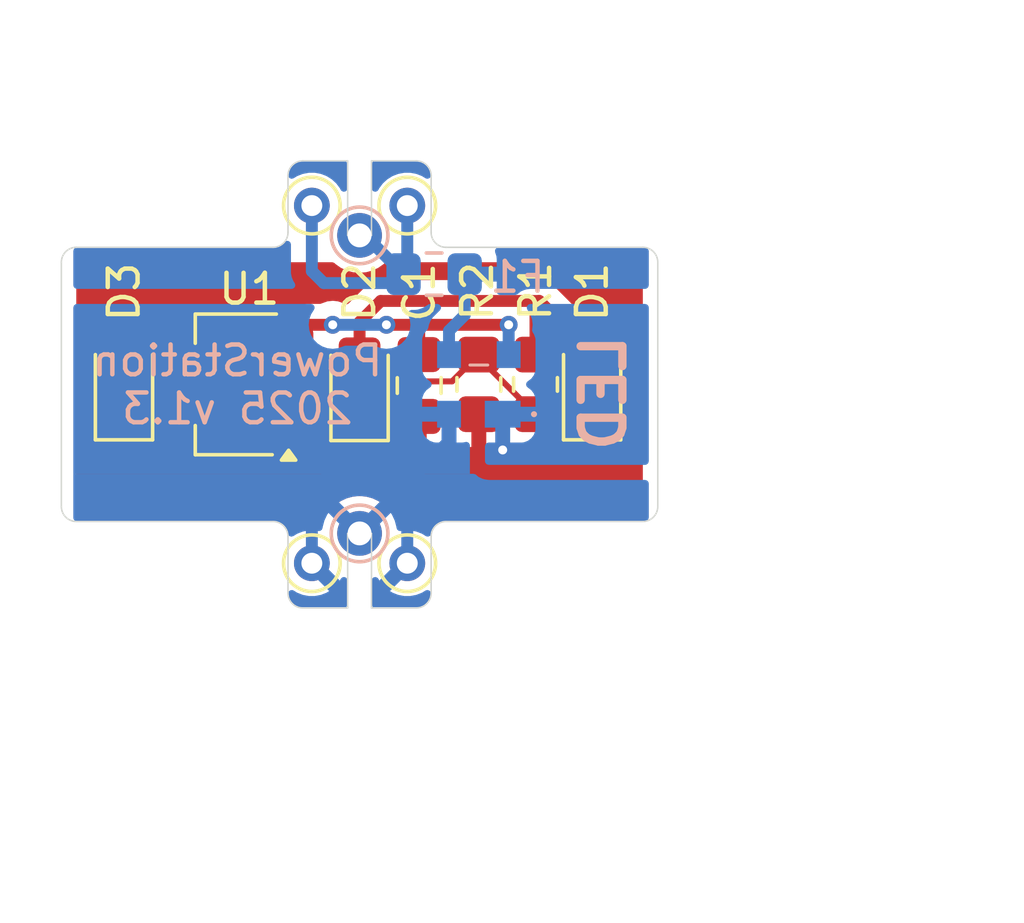
<source format=kicad_pcb>
(kicad_pcb (version 20240108) (generator "pcbnew") (generator_version "8.0")
  (layers (0 "F.Cu" signal) (31 "B.Cu" signal) (34 "B.Paste" user) (35 "F.Paste" user) (36 "B.SilkS" user "B.Silkscreen") (37 "F.SilkS" user "F.Silkscreen") (38 "B.Mask" user) (39 "F.Mask" user) (44 "Edge.Cuts" user))
  (net 0 "")
  (net 1 "Net-(D1-A)")
  (net 2 "Net-(U1-ADJ)")
  (net 3 "GND")
  (net 4 "Net-(D4-+)")
  (net 5 "Net-(D4-~_1)")
  (net 6 "Net-(D4-~_2)")
  (net 7 "Net-(F1-Pad1)")
  (footprint "TestPoint:TestPoint_THTPad_D1.5mm_Drill0.7mm" (layer "F.Cu") (at 108.4 58.6)
    (property "Reference" "TP1" (hide yes))
    (property "Value" "TestPoint" (hide yes))
    (fp_circle (center 0 0) (end 0 0.95) (stroke (width 0.12)) (fill none) (layer "F.SilkS"))
    (pad "1" thru_hole circle (at 0 0) (size 1.2 1.2) (drill 0.7) (layers "*.Cu" "*.Mask") (net 7 "Net-(F1-Pad1)"))
  )
  (footprint "TestPoint:TestPoint_THTPad_D1.5mm_Drill0.7mm" (layer "F.Cu") (at 111.6 58.6)
    (property "Reference" "TP2" (hide yes))
    (property "Value" "TestPoint" (hide yes))
    (fp_circle (center 0 0) (end 0 0.95) (stroke (width 0.12)) (fill none) (layer "F.SilkS"))
    (pad "1" thru_hole circle (at 0 0) (size 1.2 1.2) (drill 0.7) (layers "*.Cu" "*.Mask") (net 7 "Net-(F1-Pad1)"))
  )
  (footprint "TestPoint:TestPoint_THTPad_D1.5mm_Drill0.7mm" (layer "F.Cu") (at 108.4 70.6)
    (property "Reference" "TP3" (hide yes))
    (property "Value" "TestPoint" (hide yes))
    (fp_circle (center 0 0) (end 0 0.95) (stroke (width 0.12)) (fill none) (layer "F.SilkS"))
    (pad "1" thru_hole circle (at 0 0) (size 1.2 1.2) (drill 0.7) (layers "*.Cu" "*.Mask") (net 5 "Net-(D4-~_1)"))
  )
  (footprint "Package_TO_SOT_SMD:SOT-89-3" (layer "F.Cu") (at 105.85 64.6 180)
    (property "Reference" "U1" (at -0.45 3.2 180) (layer "F.SilkS"))
    (property "Value" "LM317LIPK" (hide yes))
    (fp_line (start 1.36 2.36) (end -1.36 2.36) (stroke (width 0.12)) (layer "F.SilkS"))
    (fp_line (start 1.36 1.38) (end 1.36 2.36) (stroke (width 0.12)) (layer "F.SilkS"))
    (fp_line (start 1.36 -1.38) (end 1.36 -2.36) (stroke (width 0.12)) (layer "F.SilkS"))
    (fp_line (start -1.22 -2.36) (end 1.36 -2.36) (stroke (width 0.12)) (layer "F.SilkS"))
    (fp_poly (pts (xy -1.77 -2.21) (xy -2.01 -2.54) (xy -1.53 -2.54) (xy -1.77 -2.21)) (stroke (width 0.12)) (fill solid) (layer "F.SilkS"))
    (pad "1" smd roundrect (at -1.95 -1.5 180) (size 1.3 0.9) (layers "F.Cu" "F.Paste" "F.Mask") (net 2 "Net-(U1-ADJ)"))
    (pad "2" smd custom (at -1.8625 0 180) (size 1.475 0.9) (layers "F.Cu" "F.Paste" "F.Mask") (net 1 "Net-(D1-A)") (options (clearance outline) (anchor rect)) (primitives (gr_poly (pts (xy 3.8625 0.8665) (xy 0.7375 0.8665) (xy 0.7375 -0.8665) (xy 3.8625 -0.8665)) (width 0) (fill yes))))
    (pad "3" smd roundrect (at -1.95 1.5 180) (size 1.3 0.9) (layers "F.Cu" "F.Paste" "F.Mask") (net 4 "Net-(D4-+)"))
  )
  (footprint "Capacitor_SMD:C_0805_2012Metric_Pad1.18x1.45mm_HandSolder" (layer "F.Cu") (at 112 64.6375 -90)
    (property "Reference" "C1" (at -3.125 0 -90) (layer "F.SilkS"))
    (property "Value" "100nF")
    (fp_line (start -0.261252 0.735) (end 0.261252 0.735) (stroke (width 0.12)) (layer "F.SilkS"))
    (fp_line (start -0.261252 -0.735) (end 0.261252 -0.735) (stroke (width 0.12)) (layer "F.SilkS"))
    (pad "1" smd roundrect (at -1.0375 0 270) (size 1.175 1.45) (layers "F.Cu" "F.Paste" "F.Mask") (roundrect_rratio 0.212766) (net 4 "Net-(D4-+)"))
    (pad "2" smd roundrect (at 1.0375 0 270) (size 1.175 1.45) (layers "F.Cu" "F.Paste" "F.Mask") (roundrect_rratio 0.212766) (net 3 "GND"))
  )
  (footprint "LED_SMD:LED_0805_2012Metric_Pad1.15x1.40mm_HandSolder" (layer "F.Cu") (at 117.8 64.6 90)
    (property "Reference" "D1" (at 3.1 0 90) (layer "F.SilkS"))
    (property "Value" "XL-2012WWC")
    (fp_line (start 1 -0.96) (end -1.86 -0.96) (stroke (width 0.12)) (layer "F.SilkS"))
    (fp_line (start -1.86 -0.96) (end -1.86 0.96) (stroke (width 0.12)) (layer "F.SilkS"))
    (fp_line (start -1.86 0.96) (end 1 0.96) (stroke (width 0.12)) (layer "F.SilkS"))
    (pad "1" smd roundrect (at -1.025 0 90) (size 1.15 1.4) (layers "F.Cu" "F.Paste" "F.Mask") (roundrect_rratio 0.217391) (net 3 "GND"))
    (pad "2" smd roundrect (at 1.025 0 90) (size 1.15 1.4) (layers "F.Cu" "F.Paste" "F.Mask") (roundrect_rratio 0.217391) (net 1 "Net-(D1-A)"))
  )
  (footprint "Resistor_SMD:R_0805_2012Metric_Pad1.20x1.40mm_HandSolder" (layer "F.Cu") (at 114 64.6 90)
    (property "Reference" "R2" (at 3.125 -0.05 90) (layer "F.SilkS"))
    (property "Value" "536R")
    (fp_line (start -0.227064 -0.735) (end 0.227064 -0.735) (stroke (width 0.12)) (layer "F.SilkS"))
    (fp_line (start -0.227064 0.735) (end 0.227064 0.735) (stroke (width 0.12)) (layer "F.SilkS"))
    (pad "1" smd roundrect (at -1 0 90) (size 1.2 1.4) (layers "F.Cu" "F.Paste" "F.Mask") (roundrect_rratio 0.208333) (net 3 "GND"))
    (pad "2" smd roundrect (at 1 0 90) (size 1.2 1.4) (layers "F.Cu" "F.Paste" "F.Mask") (roundrect_rratio 0.208333) (net 2 "Net-(U1-ADJ)"))
  )
  (footprint "LED_SMD:LED_0805_2012Metric_Pad1.15x1.40mm_HandSolder" (layer "F.Cu") (at 110 64.625 90)
    (property "Reference" "D2" (at 3.125 0 90) (layer "F.SilkS"))
    (property "Value" "XL-2012WWC")
    (fp_line (start 1 -0.96) (end -1.86 -0.96) (stroke (width 0.12)) (layer "F.SilkS"))
    (fp_line (start -1.86 -0.96) (end -1.86 0.96) (stroke (width 0.12)) (layer "F.SilkS"))
    (fp_line (start -1.86 0.96) (end 1 0.96) (stroke (width 0.12)) (layer "F.SilkS"))
    (pad "1" smd roundrect (at -1.025 0 90) (size 1.15 1.4) (layers "F.Cu" "F.Paste" "F.Mask") (roundrect_rratio 0.217391) (net 3 "GND"))
    (pad "2" smd roundrect (at 1.025 0 90) (size 1.15 1.4) (layers "F.Cu" "F.Paste" "F.Mask") (roundrect_rratio 0.217391) (net 1 "Net-(D1-A)"))
  )
  (footprint "Resistor_SMD:R_0805_2012Metric_Pad1.20x1.40mm_HandSolder" (layer "F.Cu") (at 115.9 64.6 90)
    (property "Reference" "R1" (at 3.125 0 90) (layer "F.SilkS"))
    (property "Value" "470R")
    (fp_line (start -0.227064 -0.735) (end 0.227064 -0.735) (stroke (width 0.12)) (layer "F.SilkS"))
    (fp_line (start -0.227064 0.735) (end 0.227064 0.735) (stroke (width 0.12)) (layer "F.SilkS"))
    (pad "1" smd roundrect (at -1 0 90) (size 1.2 1.4) (layers "F.Cu" "F.Paste" "F.Mask") (roundrect_rratio 0.208333) (net 2 "Net-(U1-ADJ)"))
    (pad "2" smd roundrect (at 1 0 90) (size 1.2 1.4) (layers "F.Cu" "F.Paste" "F.Mask") (roundrect_rratio 0.208333) (net 1 "Net-(D1-A)"))
  )
  (footprint "TestPoint:TestPoint_THTPad_D1.5mm_Drill0.7mm" (layer "F.Cu") (at 111.6 70.6)
    (property "Reference" "TP4" (hide yes))
    (property "Value" "TestPoint" (hide yes))
    (fp_circle (center 0 0) (end 0 0.95) (stroke (width 0.12)) (fill none) (layer "F.SilkS"))
    (pad "1" thru_hole circle (at 0 0) (size 1.2 1.2) (drill 0.7) (layers "*.Cu" "*.Mask") (net 5 "Net-(D4-~_1)"))
  )
  (footprint "LED_SMD:LED_0805_2012Metric_Pad1.15x1.40mm_HandSolder" (layer "F.Cu") (at 102.1 64.6 90)
    (property "Reference" "D3" (at 3.1 0 90) (layer "F.SilkS"))
    (property "Value" "XL-2012WWC")
    (fp_line (start 1 -0.96) (end -1.86 -0.96) (stroke (width 0.12)) (layer "F.SilkS"))
    (fp_line (start -1.86 -0.96) (end -1.86 0.96) (stroke (width 0.12)) (layer "F.SilkS"))
    (fp_line (start -1.86 0.96) (end 1 0.96) (stroke (width 0.12)) (layer "F.SilkS"))
    (pad "1" smd roundrect (at -1.025 0 90) (size 1.15 1.4) (layers "F.Cu" "F.Paste" "F.Mask") (roundrect_rratio 0.217391) (net 3 "GND"))
    (pad "2" smd roundrect (at 1.025 0 90) (size 1.15 1.4) (layers "F.Cu" "F.Paste" "F.Mask") (roundrect_rratio 0.217391) (net 1 "Net-(D1-A)"))
  )
  (footprint "TestPoint:TestPoint_THTPad_D1.5mm_Drill0.7mm" (layer "B.Cu") (at 110 69.6 180)
    (property "Reference" "Ground1" (hide yes))
    (property "Value" "Ground" (hide yes))
    (fp_circle (center 0 0) (end 0 -0.95) (stroke (width 0.12)) (fill none) (layer "B.SilkS"))
    (pad "1" thru_hole circle (at 0 0 180) (size 1.5 1.5) (drill 0.8) (layers "*.Cu" "*.Mask") (net 5 "Net-(D4-~_1)"))
  )
  (footprint "EC-parts:BAS4002ARPPE6327HTSA1" (layer "B.Cu") (at 114 64.6 180)
    (property "Reference" "D4" (hide yes))
    (property "Value" "BAS4002ARPPE6327HTSA1" (hide yes))
    (fp_line (start 0.3 0.65) (end -0.3 0.65) (stroke (width 0.1)) (layer "B.SilkS"))
    (fp_line (start -1.8 -1) (end -1.8 -1) (stroke (width 0.1)) (layer "B.SilkS"))
    (fp_line (start -1.9 -1) (end -1.9 -1) (stroke (width 0.1)) (layer "B.SilkS"))
    (fp_arc (start -1.8 -1) (mid -1.85 -0.95) (end -1.9 -1) (stroke (width 0.1)) (layer "B.SilkS"))
    (fp_arc (start -1.9 -1) (mid -1.85 -1.05) (end -1.8 -1) (stroke (width 0.1)) (layer "B.SilkS"))
    (pad "1" smd rect (at -0.8 -1 90) (size 0.9 1.2) (layers "B.Cu" "B.Paste" "B.Mask") (net 3 "GND"))
    (pad "2" smd rect (at 1 -1 180) (size 0.8 0.9) (layers "B.Cu" "B.Paste" "B.Mask") (net 5 "Net-(D4-~_1)"))
    (pad "3" smd rect (at 1 1 180) (size 0.8 0.9) (layers "B.Cu" "B.Paste" "B.Mask") (net 6 "Net-(D4-~_2)"))
    (pad "4" smd rect (at -1 1 180) (size 0.8 0.9) (layers "B.Cu" "B.Paste" "B.Mask") (net 4 "Net-(D4-+)"))
  )
  (footprint "Fuse:Fuse_0805_2012Metric_Pad1.15x1.40mm_HandSolder" (layer "B.Cu") (at 112.5 60.9)
    (property "Reference" "F1" (at 2.8 0.1 0) (layer "B.SilkS") (effects (justify mirror)))
    (property "Value" "Fuse")
    (fp_line (start 0.261252 -0.71) (end -0.261252 -0.71) (stroke (width 0.12)) (layer "B.SilkS"))
    (fp_line (start 0.261252 0.71) (end -0.261252 0.71) (stroke (width 0.12)) (layer "B.SilkS"))
    (pad "1" smd roundrect (at -1.025 0) (size 1.15 1.4) (layers "B.Cu" "B.Paste" "B.Mask") (roundrect_rratio 0.217391) (net 7 "Net-(F1-Pad1)"))
    (pad "2" smd roundrect (at 1.025 0) (size 1.15 1.4) (layers "B.Cu" "B.Paste" "B.Mask") (roundrect_rratio 0.217391) (net 6 "Net-(D4-~_2)"))
  )
  (footprint "TestPoint:TestPoint_THTPad_D1.5mm_Drill0.7mm" (layer "B.Cu") (at 110 59.6 180)
    (property "Reference" "Supply1" (hide yes))
    (property "Value" "12V" (hide yes))
    (fp_circle (center 0 0) (end 0 -0.95) (stroke (width 0.12)) (fill none) (layer "B.SilkS"))
    (pad "1" thru_hole circle (at 0 0 180) (size 1.5 1.5) (drill 0.8) (layers "*.Cu" "*.Mask") (net 7 "Net-(F1-Pad1)"))
  )
  (gr_arc (start 108.1 72.1) (mid 107.746447 71.953553) (end 107.6 71.6) (stroke (width 0.05)) (layer "Edge.Cuts"))
  (gr_line (start 112.4 71.6) (end 112.4 69.7) (stroke (width 0.05)) (layer "Edge.Cuts"))
  (gr_line (start 112.4 57.6) (end 112.4 59.5) (stroke (width 0.05)) (layer "Edge.Cuts"))
  (gr_line (start 110.4 69.6) (end 110.4 72.1) (stroke (width 0.05)) (layer "Edge.Cuts"))
  (gr_line (start 100.5 60) (end 107.1 60) (stroke (width 0.05)) (layer "Edge.Cuts"))
  (gr_arc (start 107.1 69.2) (mid 107.453553 69.346447) (end 107.6 69.7) (stroke (width 0.05)) (layer "Edge.Cuts"))
  (gr_arc (start 119.5 60) (mid 119.853553 60.146447) (end 120 60.5) (stroke (width 0.05)) (layer "Edge.Cuts"))
  (gr_line (start 107.1 69.2) (end 100.5 69.2) (stroke (width 0.05)) (layer "Edge.Cuts"))
  (gr_line (start 109.6 72.1) (end 108.1 72.1) (stroke (width 0.05)) (layer "Edge.Cuts"))
  (gr_line (start 109.6 69.6) (end 110.4 69.6) (stroke (width 0.05)) (layer "Edge.Cuts"))
  (gr_line (start 110.4 72.1) (end 111.9 72.1) (stroke (width 0.05)) (layer "Edge.Cuts"))
  (gr_line (start 109.6 59.6) (end 109.6 57.1) (stroke (width 0.05)) (layer "Edge.Cuts"))
  (gr_arc (start 112.9 60) (mid 112.546447 59.853553) (end 112.4 59.5) (stroke (width 0.05)) (layer "Edge.Cuts"))
  (gr_arc (start 107.6 59.5) (mid 107.453553 59.853553) (end 107.1 60) (stroke (width 0.05)) (layer "Edge.Cuts"))
  (gr_line (start 110.4 59.6) (end 109.6 59.6) (stroke (width 0.05)) (layer "Edge.Cuts"))
  (gr_arc (start 112.4 69.7) (mid 112.546447 69.346447) (end 112.9 69.2) (stroke (width 0.05)) (layer "Edge.Cuts"))
  (gr_line (start 107.6 57.6) (end 107.6 59.5) (stroke (width 0.05)) (layer "Edge.Cuts"))
  (gr_line (start 120 60.5) (end 120 68.7) (stroke (width 0.05)) (layer "Edge.Cuts"))
  (gr_line (start 109.6 69.6) (end 109.6 72.1) (stroke (width 0.05)) (layer "Edge.Cuts"))
  (gr_arc (start 100.5 69.2) (mid 100.146447 69.053553) (end 100 68.7) (stroke (width 0.05)) (layer "Edge.Cuts"))
  (gr_line (start 100 68.7) (end 100 60.5) (stroke (width 0.05)) (layer "Edge.Cuts"))
  (gr_line (start 107.6 71.6) (end 107.6 69.7) (stroke (width 0.05)) (layer "Edge.Cuts"))
  (gr_line (start 112.9 60) (end 119.5 60) (stroke (width 0.05)) (layer "Edge.Cuts"))
  (gr_line (start 110.4 59.6) (end 110.4 57.1) (stroke (width 0.05)) (layer "Edge.Cuts"))
  (gr_arc (start 107.6 57.6) (mid 107.746447 57.246447) (end 108.1 57.1) (stroke (width 0.05)) (layer "Edge.Cuts"))
  (gr_arc (start 120 68.7) (mid 119.853553 69.053553) (end 119.5 69.2) (stroke (width 0.05)) (layer "Edge.Cuts"))
  (gr_line (start 109.6 57.1) (end 108.1 57.1) (stroke (width 0.05)) (layer "Edge.Cuts"))
  (gr_arc (start 100 60.5) (mid 100.146447 60.146447) (end 100.5 60) (stroke (width 0.05)) (layer "Edge.Cuts"))
  (gr_arc (start 112.4 71.6) (mid 112.253553 71.953553) (end 111.9 72.1) (stroke (width 0.05)) (layer "Edge.Cuts"))
  (gr_arc (start 111.9 57.1) (mid 112.253553 57.246447) (end 112.4 57.6) (stroke (width 0.05)) (layer "Edge.Cuts"))
  (gr_line (start 110.4 57.1) (end 111.9 57.1) (stroke (width 0.05)) (layer "Edge.Cuts"))
  (gr_line (start 119.5 69.2) (end 112.9 69.2) (stroke (width 0.05)) (layer "Edge.Cuts"))
  (gr_text "LED" (at 119 62.8 90) (layer "B.SilkS") (effects (font (size 1.4 1.4) (thickness 0.28) (bold yes)) (justify left bottom mirror)))
  (gr_text "PowerStation\n2025 v1.3" (at 105.9 66 0) (layer "B.SilkS") (effects (font (size 1 1)) (justify bottom mirror)))
  (segment (start 103.5 64.6) (end 103.125 64.6) (width 0.4) (layer "F.Cu") (net 1))
  (segment (start 108.3 64.6) (end 107.7125 64.6) (width 0.4) (layer "F.Cu") (net 1))
  (segment (start 103.125 64.6) (end 102.1 63.575) (width 0.4) (layer "F.Cu") (net 1))
  (segment (start 117.8 63.575) (end 116.025 61.8) (width 0.4) (layer "F.Cu") (net 1))
  (segment (start 103.5 64.6) (end 105.7 64.6) (width 0.4) (layer "F.Cu") (net 1))
  (segment (start 110 63.6) (end 109.3 63.6) (width 0.4) (layer "F.Cu") (net 1))
  (segment (start 107.7125 64.6) (end 103.5 64.6) (width 0.4) (layer "F.Cu") (net 1))
  (segment (start 109.3 63.6) (end 108.3 64.6) (width 0.4) (layer "F.Cu") (net 1))
  (segment (start 110.71005 61.8) (end 110 62.51005) (width 0.4) (layer "F.Cu") (net 1))
  (segment (start 116.025 61.8) (end 115.9 61.925) (width 0.4) (layer "F.Cu") (net 1))
  (segment (start 116.025 61.8) (end 110.71005 61.8) (width 0.4) (layer "F.Cu") (net 1))
  (segment (start 115.9 61.925) (end 115.9 63.6) (width 0.4) (layer "F.Cu") (net 1))
  (segment (start 110 62.51005) (end 110 63.6) (width 0.4) (layer "F.Cu") (net 1))
  (segment (start 114 63.6) (end 114 63.7) (width 0.2) (layer "F.Cu") (net 2))
  (segment (start 107.8 66.1) (end 107.831336 66.1) (width 0.2) (layer "F.Cu") (net 2))
  (segment (start 107.831336 66.1) (end 109.431336 64.5) (width 0.2) (layer "F.Cu") (net 2))
  (segment (start 109.431336 64.5) (end 113.1 64.5) (width 0.2) (layer "F.Cu") (net 2))
  (segment (start 114 63.7) (end 115.9 65.6) (width 0.2) (layer "F.Cu") (net 2))
  (segment (start 113.1 64.5) (end 114 63.6) (width 0.2) (layer "F.Cu") (net 2))
  (segment (start 117.8 65.625) (end 117.8 68.1) (width 0.4) (layer "F.Cu") (net 3))
  (segment (start 102.1 65.625) (end 102.1 68) (width 0.4) (layer "F.Cu") (net 3))
  (segment (start 114 65.6) (end 114 68.1) (width 0.4) (layer "F.Cu") (net 3))
  (segment (start 117.8 68.1) (end 117.8 68) (width 0.2) (layer "F.Cu") (net 3))
  (segment (start 112 65.675) (end 112 68.1) (width 0.4) (layer "F.Cu") (net 3))
  (segment (start 110 65.65) (end 110 68.1) (width 0.4) (layer "F.Cu") (net 3))
  (segment (start 114.8 68.1) (end 114.8 66.8) (width 0.4) (layer "F.Cu") (net 3))
  (via (at 114.8 66.8) (size 0.6) (drill 0.3) (layers "F.Cu" "B.Cu") (net 3))
  (segment (start 114.8 65.6) (end 114.8 66.8) (width 0.4) (layer "B.Cu") (net 3))
  (segment (start 108.3 62.6) (end 107.8 63.1) (width 0.4) (layer "F.Cu") (net 4))
  (segment (start 109.1 62.6) (end 108.3 62.6) (width 0.4) (layer "F.Cu") (net 4))
  (segment (start 112 62.6) (end 115 62.6) (width 0.4) (layer "F.Cu") (net 4))
  (segment (start 110.9 62.6) (end 112 62.6) (width 0.4) (layer "F.Cu") (net 4))
  (segment (start 112 63.6) (end 112 62.6) (width 0.4) (layer "F.Cu") (net 4))
  (via (at 115 62.6) (size 0.6) (drill 0.3) (layers "F.Cu" "B.Cu") (net 4))
  (via (at 110.9 62.6) (size 0.6) (drill 0.3) (layers "F.Cu" "B.Cu") (net 4))
  (via (at 109.1 62.6) (size 0.6) (drill 0.3) (layers "F.Cu" "B.Cu") (net 4))
  (segment (start 115 62.6) (end 115 63.6) (width 0.4) (layer "B.Cu") (net 4))
  (segment (start 110.9 62.6) (end 109.1 62.6) (width 0.4) (layer "B.Cu") (net 4))
  (segment (start 111.7 67.8) (end 110 69.5) (width 0.4) (layer "B.Cu") (net 5))
  (segment (start 111.6 70.6) (end 111.6 67.9) (width 0.4) (layer "B.Cu") (net 5))
  (segment (start 108.4 68.2) (end 109.1 67.5) (width 0.4) (layer "B.Cu") (net 5))
  (segment (start 113 65.6) (end 113 66.5) (width 0.4) (layer "B.Cu") (net 5))
  (segment (start 108.4 70.6) (end 108.4 68.2) (width 0.4) (layer "B.Cu") (net 5))
  (segment (start 113 66.5) (end 112 67.5) (width 0.4) (layer "B.Cu") (net 5))
  (segment (start 111.6 67.9) (end 111.7 67.8) (width 0.4) (layer "B.Cu") (net 5))
  (segment (start 112 67.5) (end 111.7 67.8) (width 0.4) (layer "B.Cu") (net 5))
  (segment (start 109.1 67.5) (end 112 67.5) (width 0.4) (layer "B.Cu") (net 5))
  (segment (start 113 63.6) (end 113 62.8) (width 0.4) (layer "B.Cu") (net 6))
  (segment (start 113.525 62.275) (end 113.525 61) (width 0.4) (layer "B.Cu") (net 6))
  (segment (start 113 62.8) (end 113.525 62.275) (width 0.4) (layer "B.Cu") (net 6))
  (segment (start 111.6 60.975995) (end 111.275995 60.975995) (width 0.4) (layer "B.Cu") (net 7))
  (segment (start 111.6 58.6) (end 111.6 60.975995) (width 0.4) (layer "B.Cu") (net 7))
  (segment (start 111.375995 61.2) (end 111.6 60.975995) (width 0.4) (layer "B.Cu") (net 7))
  (segment (start 108.4 58.6) (end 108.4 60.8) (width 0.4) (layer "B.Cu") (net 7))
  (segment (start 111.475 60.9) (end 110.275 59.7) (width 0.4) (layer "B.Cu") (net 7))
  (segment (start 108.8 61.2) (end 111.375995 61.2) (width 0.4) (layer "B.Cu") (net 7))
  (segment (start 108.4 60.8) (end 108.8 61.2) (width 0.4) (layer "B.Cu") (net 7))
  (segment (start 110.275 59.7) (end 110 59.7) (width 0.2) (layer "B.Cu") (net 7))
  (zone (net 3) (net_name "GND") (layer "F.Cu") (connect_pads (clearance 0.5)) (min_thickness 0.25) (fill yes (thermal_gap 0.5) (thermal_bridge_width 0.5))
    (polygon (pts (xy 100.5 60.5) (xy 119.5 60.5) (xy 119.5 68.7) (xy 100.5 68.7)))
  )
  (zone (net 5) (net_name "Net-(D4-~_1)") (layer "B.Cu") (priority 1) (connect_pads (clearance 0.5)) (min_thickness 0.25) (fill yes (thermal_gap 0.5) (thermal_bridge_width 0.5))
    (polygon (pts (xy 119.7 67.6) (xy 100.4 67.6) (xy 100.4 72.3) (xy 119.7 72.3)))
  )
  (zone (net 3) (net_name "GND") (layer "B.Cu") (priority 3) (connect_pads (clearance 0.5)) (min_thickness 0.25) (fill yes (thermal_gap 0.5) (thermal_bridge_width 0.5))
    (polygon (pts (xy 119.7 61.9) (xy 114 61.9) (xy 114 67.3) (xy 119.7 67.3)))
  )
  (zone (net 6) (net_name "Net-(D4-~_2)") (layer "B.Cu") (priority 2) (connect_pads (clearance 0.5)) (min_thickness 0.25) (fill yes (thermal_gap 0.5) (thermal_bridge_width 0.5) (island_removal_mode 1) (island_area_min 10))
    (polygon (pts (xy 119.7 61.6) (xy 119.7 56.8) (xy 100.4 56.8) (xy 100.4 61.6)))
  )
  (zone (net 5) (net_name "Net-(D4-~_1)") (layer "B.Cu") (priority 4) (connect_pads (clearance 0.5)) (min_thickness 0.25) (fill yes (thermal_gap 0.5) (thermal_bridge_width 0.5))
    (polygon (pts (xy 113.7 67.6) (xy 113.7 61.9) (xy 100.4 61.9) (xy 100.4 67.6)))
  )
)
</source>
